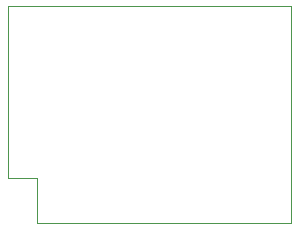
<source format=gbr>
%TF.GenerationSoftware,KiCad,Pcbnew,7.0.2*%
%TF.CreationDate,2023-05-27T23:34:56+02:00*%
%TF.ProjectId,cc1101_pcb,63633131-3031-45f7-9063-622e6b696361,rev?*%
%TF.SameCoordinates,Original*%
%TF.FileFunction,Profile,NP*%
%FSLAX46Y46*%
G04 Gerber Fmt 4.6, Leading zero omitted, Abs format (unit mm)*
G04 Created by KiCad (PCBNEW 7.0.2) date 2023-05-27 23:34:56*
%MOMM*%
%LPD*%
G01*
G04 APERTURE LIST*
%TA.AperFunction,Profile*%
%ADD10C,0.100000*%
%TD*%
G04 APERTURE END LIST*
D10*
X57000000Y-99000000D02*
X35500000Y-99000000D01*
X35500000Y-95200000D01*
X33000000Y-95200000D01*
X33000000Y-80600000D01*
X57000000Y-80600000D01*
X57000000Y-99000000D01*
M02*

</source>
